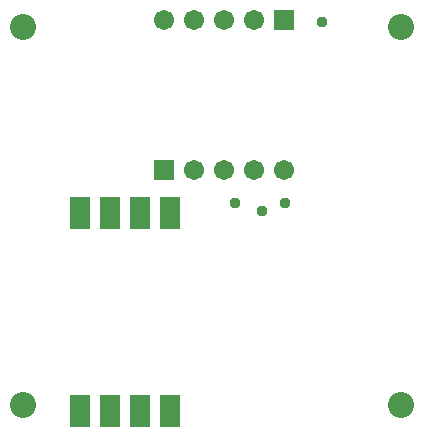
<source format=gbr>
G04 EAGLE Gerber RS-274X export*
G75*
%MOMM*%
%FSLAX34Y34*%
%LPD*%
%INSoldermask Top*%
%IPPOS*%
%AMOC8*
5,1,8,0,0,1.08239X$1,22.5*%
G01*
%ADD10C,2.203200*%
%ADD11R,1.723200X2.743200*%
%ADD12R,1.711200X1.711200*%
%ADD13C,1.711200*%
%ADD14C,0.959600*%


D10*
X30000Y350000D03*
X350000Y350000D03*
X350000Y30000D03*
X30000Y30000D03*
D11*
X154100Y192300D03*
X128700Y192300D03*
X103300Y192300D03*
X77900Y192300D03*
X77900Y24700D03*
X103300Y24700D03*
X128700Y24700D03*
X154100Y24700D03*
D12*
X148900Y229250D03*
D13*
X174300Y229250D03*
X199700Y229250D03*
X225100Y229250D03*
X250500Y229250D03*
X148900Y356000D03*
D12*
X250500Y356000D03*
D13*
X225100Y356000D03*
X199700Y356000D03*
X174300Y356000D03*
D14*
X209500Y201500D03*
X252000Y201500D03*
X283000Y354000D03*
X232000Y194000D03*
M02*

</source>
